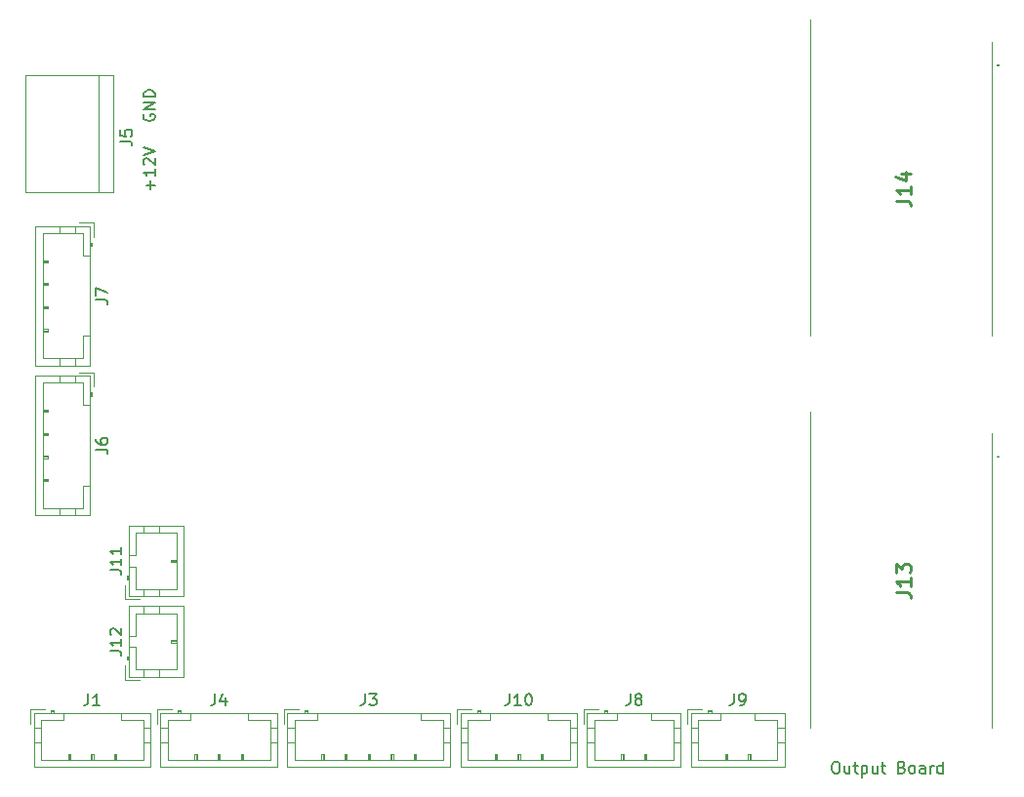
<source format=gto>
G04 #@! TF.GenerationSoftware,KiCad,Pcbnew,(5.1.0)-1*
G04 #@! TF.CreationDate,2020-06-21T15:24:11+01:00*
G04 #@! TF.ProjectId,Top Board,546f7020-426f-4617-9264-2e6b69636164,-*
G04 #@! TF.SameCoordinates,Original*
G04 #@! TF.FileFunction,Legend,Top*
G04 #@! TF.FilePolarity,Positive*
%FSLAX46Y46*%
G04 Gerber Fmt 4.6, Leading zero omitted, Abs format (unit mm)*
G04 Created by KiCad (PCBNEW (5.1.0)-1) date 2020-06-21 15:24:11*
%MOMM*%
%LPD*%
G04 APERTURE LIST*
%ADD10C,0.150000*%
%ADD11C,0.200000*%
%ADD12C,0.100000*%
%ADD13C,0.120000*%
%ADD14C,0.254000*%
G04 APERTURE END LIST*
D10*
X118500000Y-76261904D02*
X118452380Y-76357142D01*
X118452380Y-76500000D01*
X118500000Y-76642857D01*
X118595238Y-76738095D01*
X118690476Y-76785714D01*
X118880952Y-76833333D01*
X119023809Y-76833333D01*
X119214285Y-76785714D01*
X119309523Y-76738095D01*
X119404761Y-76642857D01*
X119452380Y-76500000D01*
X119452380Y-76404761D01*
X119404761Y-76261904D01*
X119357142Y-76214285D01*
X119023809Y-76214285D01*
X119023809Y-76404761D01*
X119452380Y-75785714D02*
X118452380Y-75785714D01*
X119452380Y-75214285D01*
X118452380Y-75214285D01*
X119452380Y-74738095D02*
X118452380Y-74738095D01*
X118452380Y-74500000D01*
X118500000Y-74357142D01*
X118595238Y-74261904D01*
X118690476Y-74214285D01*
X118880952Y-74166666D01*
X119023809Y-74166666D01*
X119214285Y-74214285D01*
X119309523Y-74261904D01*
X119404761Y-74357142D01*
X119452380Y-74500000D01*
X119452380Y-74738095D01*
X119071428Y-82761904D02*
X119071428Y-82000000D01*
X119452380Y-82380952D02*
X118690476Y-82380952D01*
X119452380Y-81000000D02*
X119452380Y-81571428D01*
X119452380Y-81285714D02*
X118452380Y-81285714D01*
X118595238Y-81380952D01*
X118690476Y-81476190D01*
X118738095Y-81571428D01*
X118547619Y-80619047D02*
X118500000Y-80571428D01*
X118452380Y-80476190D01*
X118452380Y-80238095D01*
X118500000Y-80142857D01*
X118547619Y-80095238D01*
X118642857Y-80047619D01*
X118738095Y-80047619D01*
X118880952Y-80095238D01*
X119452380Y-80666666D01*
X119452380Y-80047619D01*
X118452380Y-79761904D02*
X119452380Y-79428571D01*
X118452380Y-79095238D01*
X178428571Y-132452380D02*
X178619047Y-132452380D01*
X178714285Y-132500000D01*
X178809523Y-132595238D01*
X178857142Y-132785714D01*
X178857142Y-133119047D01*
X178809523Y-133309523D01*
X178714285Y-133404761D01*
X178619047Y-133452380D01*
X178428571Y-133452380D01*
X178333333Y-133404761D01*
X178238095Y-133309523D01*
X178190476Y-133119047D01*
X178190476Y-132785714D01*
X178238095Y-132595238D01*
X178333333Y-132500000D01*
X178428571Y-132452380D01*
X179714285Y-132785714D02*
X179714285Y-133452380D01*
X179285714Y-132785714D02*
X179285714Y-133309523D01*
X179333333Y-133404761D01*
X179428571Y-133452380D01*
X179571428Y-133452380D01*
X179666666Y-133404761D01*
X179714285Y-133357142D01*
X180047619Y-132785714D02*
X180428571Y-132785714D01*
X180190476Y-132452380D02*
X180190476Y-133309523D01*
X180238095Y-133404761D01*
X180333333Y-133452380D01*
X180428571Y-133452380D01*
X180761904Y-132785714D02*
X180761904Y-133785714D01*
X180761904Y-132833333D02*
X180857142Y-132785714D01*
X181047619Y-132785714D01*
X181142857Y-132833333D01*
X181190476Y-132880952D01*
X181238095Y-132976190D01*
X181238095Y-133261904D01*
X181190476Y-133357142D01*
X181142857Y-133404761D01*
X181047619Y-133452380D01*
X180857142Y-133452380D01*
X180761904Y-133404761D01*
X182095238Y-132785714D02*
X182095238Y-133452380D01*
X181666666Y-132785714D02*
X181666666Y-133309523D01*
X181714285Y-133404761D01*
X181809523Y-133452380D01*
X181952380Y-133452380D01*
X182047619Y-133404761D01*
X182095238Y-133357142D01*
X182428571Y-132785714D02*
X182809523Y-132785714D01*
X182571428Y-132452380D02*
X182571428Y-133309523D01*
X182619047Y-133404761D01*
X182714285Y-133452380D01*
X182809523Y-133452380D01*
X184238095Y-132928571D02*
X184380952Y-132976190D01*
X184428571Y-133023809D01*
X184476190Y-133119047D01*
X184476190Y-133261904D01*
X184428571Y-133357142D01*
X184380952Y-133404761D01*
X184285714Y-133452380D01*
X183904761Y-133452380D01*
X183904761Y-132452380D01*
X184238095Y-132452380D01*
X184333333Y-132500000D01*
X184380952Y-132547619D01*
X184428571Y-132642857D01*
X184428571Y-132738095D01*
X184380952Y-132833333D01*
X184333333Y-132880952D01*
X184238095Y-132928571D01*
X183904761Y-132928571D01*
X185047619Y-133452380D02*
X184952380Y-133404761D01*
X184904761Y-133357142D01*
X184857142Y-133261904D01*
X184857142Y-132976190D01*
X184904761Y-132880952D01*
X184952380Y-132833333D01*
X185047619Y-132785714D01*
X185190476Y-132785714D01*
X185285714Y-132833333D01*
X185333333Y-132880952D01*
X185380952Y-132976190D01*
X185380952Y-133261904D01*
X185333333Y-133357142D01*
X185285714Y-133404761D01*
X185190476Y-133452380D01*
X185047619Y-133452380D01*
X186238095Y-133452380D02*
X186238095Y-132928571D01*
X186190476Y-132833333D01*
X186095238Y-132785714D01*
X185904761Y-132785714D01*
X185809523Y-132833333D01*
X186238095Y-133404761D02*
X186142857Y-133452380D01*
X185904761Y-133452380D01*
X185809523Y-133404761D01*
X185761904Y-133309523D01*
X185761904Y-133214285D01*
X185809523Y-133119047D01*
X185904761Y-133071428D01*
X186142857Y-133071428D01*
X186238095Y-133023809D01*
X186714285Y-133452380D02*
X186714285Y-132785714D01*
X186714285Y-132976190D02*
X186761904Y-132880952D01*
X186809523Y-132833333D01*
X186904761Y-132785714D01*
X187000000Y-132785714D01*
X187761904Y-133452380D02*
X187761904Y-132452380D01*
X187761904Y-133404761D02*
X187666666Y-133452380D01*
X187476190Y-133452380D01*
X187380952Y-133404761D01*
X187333333Y-133357142D01*
X187285714Y-133261904D01*
X187285714Y-132976190D01*
X187333333Y-132880952D01*
X187380952Y-132833333D01*
X187476190Y-132785714D01*
X187666666Y-132785714D01*
X187761904Y-132833333D01*
D11*
X192540000Y-106000000D02*
G75*
G03X192640000Y-106000000I50000J0D01*
G01*
X192640000Y-106000000D02*
G75*
G03X192540000Y-106000000I-50000J0D01*
G01*
D12*
X176250000Y-103955000D02*
X176250000Y-102050000D01*
D11*
X192640000Y-106000000D02*
X192640000Y-106000000D01*
X192540000Y-106000000D02*
X192540000Y-106000000D01*
D12*
X176250000Y-129465000D02*
X176250000Y-103955000D01*
X192000000Y-129465000D02*
X192000000Y-103955000D01*
X192000000Y-95465000D02*
X192000000Y-69955000D01*
X176250000Y-95465000D02*
X176250000Y-69955000D01*
D11*
X192540000Y-72000000D02*
X192540000Y-72000000D01*
X192640000Y-72000000D02*
X192640000Y-72000000D01*
D12*
X176250000Y-69955000D02*
X176250000Y-68050000D01*
D11*
X192640000Y-72000000D02*
G75*
G03X192540000Y-72000000I-50000J0D01*
G01*
X192540000Y-72000000D02*
G75*
G03X192640000Y-72000000I50000J0D01*
G01*
D13*
X114540000Y-72880000D02*
X114540000Y-83040000D01*
X115810000Y-72880000D02*
X108190000Y-72880000D01*
X108190000Y-72880000D02*
X108190000Y-83040000D01*
X108190000Y-83040000D02*
X115810000Y-83040000D01*
X115810000Y-83040000D02*
X115810000Y-72880000D01*
X130940000Y-128190000D02*
X130940000Y-132910000D01*
X130940000Y-132910000D02*
X145060000Y-132910000D01*
X145060000Y-132910000D02*
X145060000Y-128190000D01*
X145060000Y-128190000D02*
X130940000Y-128190000D01*
X132700000Y-128190000D02*
X132700000Y-127990000D01*
X132700000Y-127990000D02*
X132400000Y-127990000D01*
X132400000Y-127990000D02*
X132400000Y-128190000D01*
X132700000Y-128090000D02*
X132400000Y-128090000D01*
X133500000Y-128190000D02*
X133500000Y-128800000D01*
X133500000Y-128800000D02*
X131550000Y-128800000D01*
X131550000Y-128800000D02*
X131550000Y-132300000D01*
X131550000Y-132300000D02*
X144450000Y-132300000D01*
X144450000Y-132300000D02*
X144450000Y-128800000D01*
X144450000Y-128800000D02*
X142500000Y-128800000D01*
X142500000Y-128800000D02*
X142500000Y-128190000D01*
X130940000Y-129500000D02*
X131550000Y-129500000D01*
X130940000Y-130800000D02*
X131550000Y-130800000D01*
X145060000Y-129500000D02*
X144450000Y-129500000D01*
X145060000Y-130800000D02*
X144450000Y-130800000D01*
X133900000Y-132300000D02*
X133900000Y-131800000D01*
X133900000Y-131800000D02*
X134100000Y-131800000D01*
X134100000Y-131800000D02*
X134100000Y-132300000D01*
X134000000Y-132300000D02*
X134000000Y-131800000D01*
X135900000Y-132300000D02*
X135900000Y-131800000D01*
X135900000Y-131800000D02*
X136100000Y-131800000D01*
X136100000Y-131800000D02*
X136100000Y-132300000D01*
X136000000Y-132300000D02*
X136000000Y-131800000D01*
X137900000Y-132300000D02*
X137900000Y-131800000D01*
X137900000Y-131800000D02*
X138100000Y-131800000D01*
X138100000Y-131800000D02*
X138100000Y-132300000D01*
X138000000Y-132300000D02*
X138000000Y-131800000D01*
X139900000Y-132300000D02*
X139900000Y-131800000D01*
X139900000Y-131800000D02*
X140100000Y-131800000D01*
X140100000Y-131800000D02*
X140100000Y-132300000D01*
X140000000Y-132300000D02*
X140000000Y-131800000D01*
X141900000Y-132300000D02*
X141900000Y-131800000D01*
X141900000Y-131800000D02*
X142100000Y-131800000D01*
X142100000Y-131800000D02*
X142100000Y-132300000D01*
X142000000Y-132300000D02*
X142000000Y-131800000D01*
X131890000Y-127890000D02*
X130640000Y-127890000D01*
X130640000Y-127890000D02*
X130640000Y-129140000D01*
X108940000Y-128190000D02*
X108940000Y-132910000D01*
X108940000Y-132910000D02*
X119060000Y-132910000D01*
X119060000Y-132910000D02*
X119060000Y-128190000D01*
X119060000Y-128190000D02*
X108940000Y-128190000D01*
X110700000Y-128190000D02*
X110700000Y-127990000D01*
X110700000Y-127990000D02*
X110400000Y-127990000D01*
X110400000Y-127990000D02*
X110400000Y-128190000D01*
X110700000Y-128090000D02*
X110400000Y-128090000D01*
X111500000Y-128190000D02*
X111500000Y-128800000D01*
X111500000Y-128800000D02*
X109550000Y-128800000D01*
X109550000Y-128800000D02*
X109550000Y-132300000D01*
X109550000Y-132300000D02*
X118450000Y-132300000D01*
X118450000Y-132300000D02*
X118450000Y-128800000D01*
X118450000Y-128800000D02*
X116500000Y-128800000D01*
X116500000Y-128800000D02*
X116500000Y-128190000D01*
X108940000Y-129500000D02*
X109550000Y-129500000D01*
X108940000Y-130800000D02*
X109550000Y-130800000D01*
X119060000Y-129500000D02*
X118450000Y-129500000D01*
X119060000Y-130800000D02*
X118450000Y-130800000D01*
X111900000Y-132300000D02*
X111900000Y-131800000D01*
X111900000Y-131800000D02*
X112100000Y-131800000D01*
X112100000Y-131800000D02*
X112100000Y-132300000D01*
X112000000Y-132300000D02*
X112000000Y-131800000D01*
X113900000Y-132300000D02*
X113900000Y-131800000D01*
X113900000Y-131800000D02*
X114100000Y-131800000D01*
X114100000Y-131800000D02*
X114100000Y-132300000D01*
X114000000Y-132300000D02*
X114000000Y-131800000D01*
X115900000Y-132300000D02*
X115900000Y-131800000D01*
X115900000Y-131800000D02*
X116100000Y-131800000D01*
X116100000Y-131800000D02*
X116100000Y-132300000D01*
X116000000Y-132300000D02*
X116000000Y-131800000D01*
X109890000Y-127890000D02*
X108640000Y-127890000D01*
X108640000Y-127890000D02*
X108640000Y-129140000D01*
X119640000Y-127890000D02*
X119640000Y-129140000D01*
X120890000Y-127890000D02*
X119640000Y-127890000D01*
X127000000Y-132300000D02*
X127000000Y-131800000D01*
X127100000Y-131800000D02*
X127100000Y-132300000D01*
X126900000Y-131800000D02*
X127100000Y-131800000D01*
X126900000Y-132300000D02*
X126900000Y-131800000D01*
X125000000Y-132300000D02*
X125000000Y-131800000D01*
X125100000Y-131800000D02*
X125100000Y-132300000D01*
X124900000Y-131800000D02*
X125100000Y-131800000D01*
X124900000Y-132300000D02*
X124900000Y-131800000D01*
X123000000Y-132300000D02*
X123000000Y-131800000D01*
X123100000Y-131800000D02*
X123100000Y-132300000D01*
X122900000Y-131800000D02*
X123100000Y-131800000D01*
X122900000Y-132300000D02*
X122900000Y-131800000D01*
X130060000Y-130800000D02*
X129450000Y-130800000D01*
X130060000Y-129500000D02*
X129450000Y-129500000D01*
X119940000Y-130800000D02*
X120550000Y-130800000D01*
X119940000Y-129500000D02*
X120550000Y-129500000D01*
X127500000Y-128800000D02*
X127500000Y-128190000D01*
X129450000Y-128800000D02*
X127500000Y-128800000D01*
X129450000Y-132300000D02*
X129450000Y-128800000D01*
X120550000Y-132300000D02*
X129450000Y-132300000D01*
X120550000Y-128800000D02*
X120550000Y-132300000D01*
X122500000Y-128800000D02*
X120550000Y-128800000D01*
X122500000Y-128190000D02*
X122500000Y-128800000D01*
X121700000Y-128090000D02*
X121400000Y-128090000D01*
X121400000Y-127990000D02*
X121400000Y-128190000D01*
X121700000Y-127990000D02*
X121400000Y-127990000D01*
X121700000Y-128190000D02*
X121700000Y-127990000D01*
X130060000Y-128190000D02*
X119940000Y-128190000D01*
X130060000Y-132910000D02*
X130060000Y-128190000D01*
X119940000Y-132910000D02*
X130060000Y-132910000D01*
X119940000Y-128190000D02*
X119940000Y-132910000D01*
X156940000Y-128190000D02*
X156940000Y-132910000D01*
X156940000Y-132910000D02*
X165060000Y-132910000D01*
X165060000Y-132910000D02*
X165060000Y-128190000D01*
X165060000Y-128190000D02*
X156940000Y-128190000D01*
X158700000Y-128190000D02*
X158700000Y-127990000D01*
X158700000Y-127990000D02*
X158400000Y-127990000D01*
X158400000Y-127990000D02*
X158400000Y-128190000D01*
X158700000Y-128090000D02*
X158400000Y-128090000D01*
X159500000Y-128190000D02*
X159500000Y-128800000D01*
X159500000Y-128800000D02*
X157550000Y-128800000D01*
X157550000Y-128800000D02*
X157550000Y-132300000D01*
X157550000Y-132300000D02*
X164450000Y-132300000D01*
X164450000Y-132300000D02*
X164450000Y-128800000D01*
X164450000Y-128800000D02*
X162500000Y-128800000D01*
X162500000Y-128800000D02*
X162500000Y-128190000D01*
X156940000Y-129500000D02*
X157550000Y-129500000D01*
X156940000Y-130800000D02*
X157550000Y-130800000D01*
X165060000Y-129500000D02*
X164450000Y-129500000D01*
X165060000Y-130800000D02*
X164450000Y-130800000D01*
X159900000Y-132300000D02*
X159900000Y-131800000D01*
X159900000Y-131800000D02*
X160100000Y-131800000D01*
X160100000Y-131800000D02*
X160100000Y-132300000D01*
X160000000Y-132300000D02*
X160000000Y-131800000D01*
X161900000Y-132300000D02*
X161900000Y-131800000D01*
X161900000Y-131800000D02*
X162100000Y-131800000D01*
X162100000Y-131800000D02*
X162100000Y-132300000D01*
X162000000Y-132300000D02*
X162000000Y-131800000D01*
X157890000Y-127890000D02*
X156640000Y-127890000D01*
X156640000Y-127890000D02*
X156640000Y-129140000D01*
X165640000Y-127890000D02*
X165640000Y-129140000D01*
X166890000Y-127890000D02*
X165640000Y-127890000D01*
X171000000Y-132300000D02*
X171000000Y-131800000D01*
X171100000Y-131800000D02*
X171100000Y-132300000D01*
X170900000Y-131800000D02*
X171100000Y-131800000D01*
X170900000Y-132300000D02*
X170900000Y-131800000D01*
X169000000Y-132300000D02*
X169000000Y-131800000D01*
X169100000Y-131800000D02*
X169100000Y-132300000D01*
X168900000Y-131800000D02*
X169100000Y-131800000D01*
X168900000Y-132300000D02*
X168900000Y-131800000D01*
X174060000Y-130800000D02*
X173450000Y-130800000D01*
X174060000Y-129500000D02*
X173450000Y-129500000D01*
X165940000Y-130800000D02*
X166550000Y-130800000D01*
X165940000Y-129500000D02*
X166550000Y-129500000D01*
X171500000Y-128800000D02*
X171500000Y-128190000D01*
X173450000Y-128800000D02*
X171500000Y-128800000D01*
X173450000Y-132300000D02*
X173450000Y-128800000D01*
X166550000Y-132300000D02*
X173450000Y-132300000D01*
X166550000Y-128800000D02*
X166550000Y-132300000D01*
X168500000Y-128800000D02*
X166550000Y-128800000D01*
X168500000Y-128190000D02*
X168500000Y-128800000D01*
X167700000Y-128090000D02*
X167400000Y-128090000D01*
X167400000Y-127990000D02*
X167400000Y-128190000D01*
X167700000Y-127990000D02*
X167400000Y-127990000D01*
X167700000Y-128190000D02*
X167700000Y-127990000D01*
X174060000Y-128190000D02*
X165940000Y-128190000D01*
X174060000Y-132910000D02*
X174060000Y-128190000D01*
X165940000Y-132910000D02*
X174060000Y-132910000D01*
X165940000Y-128190000D02*
X165940000Y-132910000D01*
X145940000Y-128190000D02*
X145940000Y-132910000D01*
X145940000Y-132910000D02*
X156060000Y-132910000D01*
X156060000Y-132910000D02*
X156060000Y-128190000D01*
X156060000Y-128190000D02*
X145940000Y-128190000D01*
X147700000Y-128190000D02*
X147700000Y-127990000D01*
X147700000Y-127990000D02*
X147400000Y-127990000D01*
X147400000Y-127990000D02*
X147400000Y-128190000D01*
X147700000Y-128090000D02*
X147400000Y-128090000D01*
X148500000Y-128190000D02*
X148500000Y-128800000D01*
X148500000Y-128800000D02*
X146550000Y-128800000D01*
X146550000Y-128800000D02*
X146550000Y-132300000D01*
X146550000Y-132300000D02*
X155450000Y-132300000D01*
X155450000Y-132300000D02*
X155450000Y-128800000D01*
X155450000Y-128800000D02*
X153500000Y-128800000D01*
X153500000Y-128800000D02*
X153500000Y-128190000D01*
X145940000Y-129500000D02*
X146550000Y-129500000D01*
X145940000Y-130800000D02*
X146550000Y-130800000D01*
X156060000Y-129500000D02*
X155450000Y-129500000D01*
X156060000Y-130800000D02*
X155450000Y-130800000D01*
X148900000Y-132300000D02*
X148900000Y-131800000D01*
X148900000Y-131800000D02*
X149100000Y-131800000D01*
X149100000Y-131800000D02*
X149100000Y-132300000D01*
X149000000Y-132300000D02*
X149000000Y-131800000D01*
X150900000Y-132300000D02*
X150900000Y-131800000D01*
X150900000Y-131800000D02*
X151100000Y-131800000D01*
X151100000Y-131800000D02*
X151100000Y-132300000D01*
X151000000Y-132300000D02*
X151000000Y-131800000D01*
X152900000Y-132300000D02*
X152900000Y-131800000D01*
X152900000Y-131800000D02*
X153100000Y-131800000D01*
X153100000Y-131800000D02*
X153100000Y-132300000D01*
X153000000Y-132300000D02*
X153000000Y-131800000D01*
X146890000Y-127890000D02*
X145640000Y-127890000D01*
X145640000Y-127890000D02*
X145640000Y-129140000D01*
X116890000Y-118360000D02*
X118140000Y-118360000D01*
X116890000Y-117110000D02*
X116890000Y-118360000D01*
X121300000Y-115000000D02*
X120800000Y-115000000D01*
X120800000Y-114900000D02*
X121300000Y-114900000D01*
X120800000Y-115100000D02*
X120800000Y-114900000D01*
X121300000Y-115100000D02*
X120800000Y-115100000D01*
X119800000Y-111940000D02*
X119800000Y-112550000D01*
X118500000Y-111940000D02*
X118500000Y-112550000D01*
X119800000Y-118060000D02*
X119800000Y-117450000D01*
X118500000Y-118060000D02*
X118500000Y-117450000D01*
X117800000Y-114500000D02*
X117190000Y-114500000D01*
X117800000Y-112550000D02*
X117800000Y-114500000D01*
X121300000Y-112550000D02*
X117800000Y-112550000D01*
X121300000Y-117450000D02*
X121300000Y-112550000D01*
X117800000Y-117450000D02*
X121300000Y-117450000D01*
X117800000Y-115500000D02*
X117800000Y-117450000D01*
X117190000Y-115500000D02*
X117800000Y-115500000D01*
X117090000Y-116300000D02*
X117090000Y-116600000D01*
X116990000Y-116600000D02*
X117190000Y-116600000D01*
X116990000Y-116300000D02*
X116990000Y-116600000D01*
X117190000Y-116300000D02*
X116990000Y-116300000D01*
X117190000Y-111940000D02*
X117190000Y-118060000D01*
X121910000Y-111940000D02*
X117190000Y-111940000D01*
X121910000Y-118060000D02*
X121910000Y-111940000D01*
X117190000Y-118060000D02*
X121910000Y-118060000D01*
X117190000Y-125060000D02*
X121910000Y-125060000D01*
X121910000Y-125060000D02*
X121910000Y-118940000D01*
X121910000Y-118940000D02*
X117190000Y-118940000D01*
X117190000Y-118940000D02*
X117190000Y-125060000D01*
X117190000Y-123300000D02*
X116990000Y-123300000D01*
X116990000Y-123300000D02*
X116990000Y-123600000D01*
X116990000Y-123600000D02*
X117190000Y-123600000D01*
X117090000Y-123300000D02*
X117090000Y-123600000D01*
X117190000Y-122500000D02*
X117800000Y-122500000D01*
X117800000Y-122500000D02*
X117800000Y-124450000D01*
X117800000Y-124450000D02*
X121300000Y-124450000D01*
X121300000Y-124450000D02*
X121300000Y-119550000D01*
X121300000Y-119550000D02*
X117800000Y-119550000D01*
X117800000Y-119550000D02*
X117800000Y-121500000D01*
X117800000Y-121500000D02*
X117190000Y-121500000D01*
X118500000Y-125060000D02*
X118500000Y-124450000D01*
X119800000Y-125060000D02*
X119800000Y-124450000D01*
X118500000Y-118940000D02*
X118500000Y-119550000D01*
X119800000Y-118940000D02*
X119800000Y-119550000D01*
X121300000Y-122100000D02*
X120800000Y-122100000D01*
X120800000Y-122100000D02*
X120800000Y-121900000D01*
X120800000Y-121900000D02*
X121300000Y-121900000D01*
X121300000Y-122000000D02*
X120800000Y-122000000D01*
X116890000Y-124110000D02*
X116890000Y-125360000D01*
X116890000Y-125360000D02*
X118140000Y-125360000D01*
X114110000Y-98640000D02*
X112860000Y-98640000D01*
X114110000Y-99890000D02*
X114110000Y-98640000D01*
X109700000Y-108000000D02*
X110200000Y-108000000D01*
X110200000Y-108100000D02*
X109700000Y-108100000D01*
X110200000Y-107900000D02*
X110200000Y-108100000D01*
X109700000Y-107900000D02*
X110200000Y-107900000D01*
X109700000Y-106000000D02*
X110200000Y-106000000D01*
X110200000Y-106100000D02*
X109700000Y-106100000D01*
X110200000Y-105900000D02*
X110200000Y-106100000D01*
X109700000Y-105900000D02*
X110200000Y-105900000D01*
X109700000Y-104000000D02*
X110200000Y-104000000D01*
X110200000Y-104100000D02*
X109700000Y-104100000D01*
X110200000Y-103900000D02*
X110200000Y-104100000D01*
X109700000Y-103900000D02*
X110200000Y-103900000D01*
X109700000Y-102000000D02*
X110200000Y-102000000D01*
X110200000Y-102100000D02*
X109700000Y-102100000D01*
X110200000Y-101900000D02*
X110200000Y-102100000D01*
X109700000Y-101900000D02*
X110200000Y-101900000D01*
X111200000Y-111060000D02*
X111200000Y-110450000D01*
X112500000Y-111060000D02*
X112500000Y-110450000D01*
X111200000Y-98940000D02*
X111200000Y-99550000D01*
X112500000Y-98940000D02*
X112500000Y-99550000D01*
X113200000Y-108500000D02*
X113810000Y-108500000D01*
X113200000Y-110450000D02*
X113200000Y-108500000D01*
X109700000Y-110450000D02*
X113200000Y-110450000D01*
X109700000Y-99550000D02*
X109700000Y-110450000D01*
X113200000Y-99550000D02*
X109700000Y-99550000D01*
X113200000Y-101500000D02*
X113200000Y-99550000D01*
X113810000Y-101500000D02*
X113200000Y-101500000D01*
X113910000Y-100700000D02*
X113910000Y-100400000D01*
X114010000Y-100400000D02*
X113810000Y-100400000D01*
X114010000Y-100700000D02*
X114010000Y-100400000D01*
X113810000Y-100700000D02*
X114010000Y-100700000D01*
X113810000Y-111060000D02*
X113810000Y-98940000D01*
X109090000Y-111060000D02*
X113810000Y-111060000D01*
X109090000Y-98940000D02*
X109090000Y-111060000D01*
X113810000Y-98940000D02*
X109090000Y-98940000D01*
X113810000Y-85940000D02*
X109090000Y-85940000D01*
X109090000Y-85940000D02*
X109090000Y-98060000D01*
X109090000Y-98060000D02*
X113810000Y-98060000D01*
X113810000Y-98060000D02*
X113810000Y-85940000D01*
X113810000Y-87700000D02*
X114010000Y-87700000D01*
X114010000Y-87700000D02*
X114010000Y-87400000D01*
X114010000Y-87400000D02*
X113810000Y-87400000D01*
X113910000Y-87700000D02*
X113910000Y-87400000D01*
X113810000Y-88500000D02*
X113200000Y-88500000D01*
X113200000Y-88500000D02*
X113200000Y-86550000D01*
X113200000Y-86550000D02*
X109700000Y-86550000D01*
X109700000Y-86550000D02*
X109700000Y-97450000D01*
X109700000Y-97450000D02*
X113200000Y-97450000D01*
X113200000Y-97450000D02*
X113200000Y-95500000D01*
X113200000Y-95500000D02*
X113810000Y-95500000D01*
X112500000Y-85940000D02*
X112500000Y-86550000D01*
X111200000Y-85940000D02*
X111200000Y-86550000D01*
X112500000Y-98060000D02*
X112500000Y-97450000D01*
X111200000Y-98060000D02*
X111200000Y-97450000D01*
X109700000Y-88900000D02*
X110200000Y-88900000D01*
X110200000Y-88900000D02*
X110200000Y-89100000D01*
X110200000Y-89100000D02*
X109700000Y-89100000D01*
X109700000Y-89000000D02*
X110200000Y-89000000D01*
X109700000Y-90900000D02*
X110200000Y-90900000D01*
X110200000Y-90900000D02*
X110200000Y-91100000D01*
X110200000Y-91100000D02*
X109700000Y-91100000D01*
X109700000Y-91000000D02*
X110200000Y-91000000D01*
X109700000Y-92900000D02*
X110200000Y-92900000D01*
X110200000Y-92900000D02*
X110200000Y-93100000D01*
X110200000Y-93100000D02*
X109700000Y-93100000D01*
X109700000Y-93000000D02*
X110200000Y-93000000D01*
X109700000Y-94900000D02*
X110200000Y-94900000D01*
X110200000Y-94900000D02*
X110200000Y-95100000D01*
X110200000Y-95100000D02*
X109700000Y-95100000D01*
X109700000Y-95000000D02*
X110200000Y-95000000D01*
X114110000Y-86890000D02*
X114110000Y-85640000D01*
X114110000Y-85640000D02*
X112860000Y-85640000D01*
D14*
X183749523Y-117738095D02*
X184656666Y-117738095D01*
X184838095Y-117798571D01*
X184959047Y-117919523D01*
X185019523Y-118100952D01*
X185019523Y-118221904D01*
X185019523Y-116468095D02*
X185019523Y-117193809D01*
X185019523Y-116830952D02*
X183749523Y-116830952D01*
X183930952Y-116951904D01*
X184051904Y-117072857D01*
X184112380Y-117193809D01*
X183749523Y-116044761D02*
X183749523Y-115258571D01*
X184233333Y-115681904D01*
X184233333Y-115500476D01*
X184293809Y-115379523D01*
X184354285Y-115319047D01*
X184475238Y-115258571D01*
X184777619Y-115258571D01*
X184898571Y-115319047D01*
X184959047Y-115379523D01*
X185019523Y-115500476D01*
X185019523Y-115863333D01*
X184959047Y-115984285D01*
X184898571Y-116044761D01*
X183749523Y-83738095D02*
X184656666Y-83738095D01*
X184838095Y-83798571D01*
X184959047Y-83919523D01*
X185019523Y-84100952D01*
X185019523Y-84221904D01*
X185019523Y-82468095D02*
X185019523Y-83193809D01*
X185019523Y-82830952D02*
X183749523Y-82830952D01*
X183930952Y-82951904D01*
X184051904Y-83072857D01*
X184112380Y-83193809D01*
X184172857Y-81379523D02*
X185019523Y-81379523D01*
X183689047Y-81681904D02*
X184596190Y-81984285D01*
X184596190Y-81198095D01*
D10*
X116452380Y-78583333D02*
X117166666Y-78583333D01*
X117309523Y-78630952D01*
X117404761Y-78726190D01*
X117452380Y-78869047D01*
X117452380Y-78964285D01*
X116452380Y-77630952D02*
X116452380Y-78107142D01*
X116928571Y-78154761D01*
X116880952Y-78107142D01*
X116833333Y-78011904D01*
X116833333Y-77773809D01*
X116880952Y-77678571D01*
X116928571Y-77630952D01*
X117023809Y-77583333D01*
X117261904Y-77583333D01*
X117357142Y-77630952D01*
X117404761Y-77678571D01*
X117452380Y-77773809D01*
X117452380Y-78011904D01*
X117404761Y-78107142D01*
X117357142Y-78154761D01*
X137666666Y-126552380D02*
X137666666Y-127266666D01*
X137619047Y-127409523D01*
X137523809Y-127504761D01*
X137380952Y-127552380D01*
X137285714Y-127552380D01*
X138047619Y-126552380D02*
X138666666Y-126552380D01*
X138333333Y-126933333D01*
X138476190Y-126933333D01*
X138571428Y-126980952D01*
X138619047Y-127028571D01*
X138666666Y-127123809D01*
X138666666Y-127361904D01*
X138619047Y-127457142D01*
X138571428Y-127504761D01*
X138476190Y-127552380D01*
X138190476Y-127552380D01*
X138095238Y-127504761D01*
X138047619Y-127457142D01*
X113666666Y-126552380D02*
X113666666Y-127266666D01*
X113619047Y-127409523D01*
X113523809Y-127504761D01*
X113380952Y-127552380D01*
X113285714Y-127552380D01*
X114666666Y-127552380D02*
X114095238Y-127552380D01*
X114380952Y-127552380D02*
X114380952Y-126552380D01*
X114285714Y-126695238D01*
X114190476Y-126790476D01*
X114095238Y-126838095D01*
X124666666Y-126552380D02*
X124666666Y-127266666D01*
X124619047Y-127409523D01*
X124523809Y-127504761D01*
X124380952Y-127552380D01*
X124285714Y-127552380D01*
X125571428Y-126885714D02*
X125571428Y-127552380D01*
X125333333Y-126504761D02*
X125095238Y-127219047D01*
X125714285Y-127219047D01*
X160666666Y-126552380D02*
X160666666Y-127266666D01*
X160619047Y-127409523D01*
X160523809Y-127504761D01*
X160380952Y-127552380D01*
X160285714Y-127552380D01*
X161285714Y-126980952D02*
X161190476Y-126933333D01*
X161142857Y-126885714D01*
X161095238Y-126790476D01*
X161095238Y-126742857D01*
X161142857Y-126647619D01*
X161190476Y-126600000D01*
X161285714Y-126552380D01*
X161476190Y-126552380D01*
X161571428Y-126600000D01*
X161619047Y-126647619D01*
X161666666Y-126742857D01*
X161666666Y-126790476D01*
X161619047Y-126885714D01*
X161571428Y-126933333D01*
X161476190Y-126980952D01*
X161285714Y-126980952D01*
X161190476Y-127028571D01*
X161142857Y-127076190D01*
X161095238Y-127171428D01*
X161095238Y-127361904D01*
X161142857Y-127457142D01*
X161190476Y-127504761D01*
X161285714Y-127552380D01*
X161476190Y-127552380D01*
X161571428Y-127504761D01*
X161619047Y-127457142D01*
X161666666Y-127361904D01*
X161666666Y-127171428D01*
X161619047Y-127076190D01*
X161571428Y-127028571D01*
X161476190Y-126980952D01*
X169666666Y-126552380D02*
X169666666Y-127266666D01*
X169619047Y-127409523D01*
X169523809Y-127504761D01*
X169380952Y-127552380D01*
X169285714Y-127552380D01*
X170190476Y-127552380D02*
X170380952Y-127552380D01*
X170476190Y-127504761D01*
X170523809Y-127457142D01*
X170619047Y-127314285D01*
X170666666Y-127123809D01*
X170666666Y-126742857D01*
X170619047Y-126647619D01*
X170571428Y-126600000D01*
X170476190Y-126552380D01*
X170285714Y-126552380D01*
X170190476Y-126600000D01*
X170142857Y-126647619D01*
X170095238Y-126742857D01*
X170095238Y-126980952D01*
X170142857Y-127076190D01*
X170190476Y-127123809D01*
X170285714Y-127171428D01*
X170476190Y-127171428D01*
X170571428Y-127123809D01*
X170619047Y-127076190D01*
X170666666Y-126980952D01*
X150190476Y-126552380D02*
X150190476Y-127266666D01*
X150142857Y-127409523D01*
X150047619Y-127504761D01*
X149904761Y-127552380D01*
X149809523Y-127552380D01*
X151190476Y-127552380D02*
X150619047Y-127552380D01*
X150904761Y-127552380D02*
X150904761Y-126552380D01*
X150809523Y-126695238D01*
X150714285Y-126790476D01*
X150619047Y-126838095D01*
X151809523Y-126552380D02*
X151904761Y-126552380D01*
X152000000Y-126600000D01*
X152047619Y-126647619D01*
X152095238Y-126742857D01*
X152142857Y-126933333D01*
X152142857Y-127171428D01*
X152095238Y-127361904D01*
X152047619Y-127457142D01*
X152000000Y-127504761D01*
X151904761Y-127552380D01*
X151809523Y-127552380D01*
X151714285Y-127504761D01*
X151666666Y-127457142D01*
X151619047Y-127361904D01*
X151571428Y-127171428D01*
X151571428Y-126933333D01*
X151619047Y-126742857D01*
X151666666Y-126647619D01*
X151714285Y-126600000D01*
X151809523Y-126552380D01*
X115552380Y-115809523D02*
X116266666Y-115809523D01*
X116409523Y-115857142D01*
X116504761Y-115952380D01*
X116552380Y-116095238D01*
X116552380Y-116190476D01*
X116552380Y-114809523D02*
X116552380Y-115380952D01*
X116552380Y-115095238D02*
X115552380Y-115095238D01*
X115695238Y-115190476D01*
X115790476Y-115285714D01*
X115838095Y-115380952D01*
X116552380Y-113857142D02*
X116552380Y-114428571D01*
X116552380Y-114142857D02*
X115552380Y-114142857D01*
X115695238Y-114238095D01*
X115790476Y-114333333D01*
X115838095Y-114428571D01*
X115552380Y-122809523D02*
X116266666Y-122809523D01*
X116409523Y-122857142D01*
X116504761Y-122952380D01*
X116552380Y-123095238D01*
X116552380Y-123190476D01*
X116552380Y-121809523D02*
X116552380Y-122380952D01*
X116552380Y-122095238D02*
X115552380Y-122095238D01*
X115695238Y-122190476D01*
X115790476Y-122285714D01*
X115838095Y-122380952D01*
X115647619Y-121428571D02*
X115600000Y-121380952D01*
X115552380Y-121285714D01*
X115552380Y-121047619D01*
X115600000Y-120952380D01*
X115647619Y-120904761D01*
X115742857Y-120857142D01*
X115838095Y-120857142D01*
X115980952Y-120904761D01*
X116552380Y-121476190D01*
X116552380Y-120857142D01*
X114352380Y-105333333D02*
X115066666Y-105333333D01*
X115209523Y-105380952D01*
X115304761Y-105476190D01*
X115352380Y-105619047D01*
X115352380Y-105714285D01*
X114352380Y-104428571D02*
X114352380Y-104619047D01*
X114400000Y-104714285D01*
X114447619Y-104761904D01*
X114590476Y-104857142D01*
X114780952Y-104904761D01*
X115161904Y-104904761D01*
X115257142Y-104857142D01*
X115304761Y-104809523D01*
X115352380Y-104714285D01*
X115352380Y-104523809D01*
X115304761Y-104428571D01*
X115257142Y-104380952D01*
X115161904Y-104333333D01*
X114923809Y-104333333D01*
X114828571Y-104380952D01*
X114780952Y-104428571D01*
X114733333Y-104523809D01*
X114733333Y-104714285D01*
X114780952Y-104809523D01*
X114828571Y-104857142D01*
X114923809Y-104904761D01*
X114352380Y-92333333D02*
X115066666Y-92333333D01*
X115209523Y-92380952D01*
X115304761Y-92476190D01*
X115352380Y-92619047D01*
X115352380Y-92714285D01*
X114352380Y-91952380D02*
X114352380Y-91285714D01*
X115352380Y-91714285D01*
M02*

</source>
